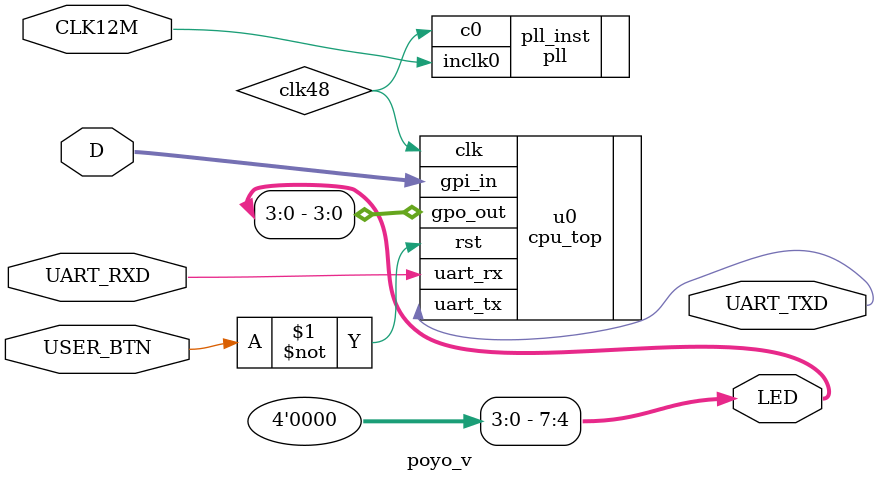
<source format=v>
module poyo_v (
    input wire CLK12M,
    input wire USER_BTN,
    input wire UART_RXD,
    input wire [3:0] D,
    output wire [7:0] LED,
    output wire UART_TXD
);

wire clk48;

assign LED[7:4] = 0;


pll pll_inst (
    .inclk0 ( CLK12M ),
    .c0 ( clk48 )
 );


cpu_top u0 (
    .clk     ( clk48     ),
    .rst     ( ~USER_BTN ),
    .uart_rx ( UART_RXD  ),
    .gpi_in  ( D         ),
    .gpo_out ( LED[3:0]  ),
    .uart_tx ( UART_TXD  )
);

endmodule

</source>
